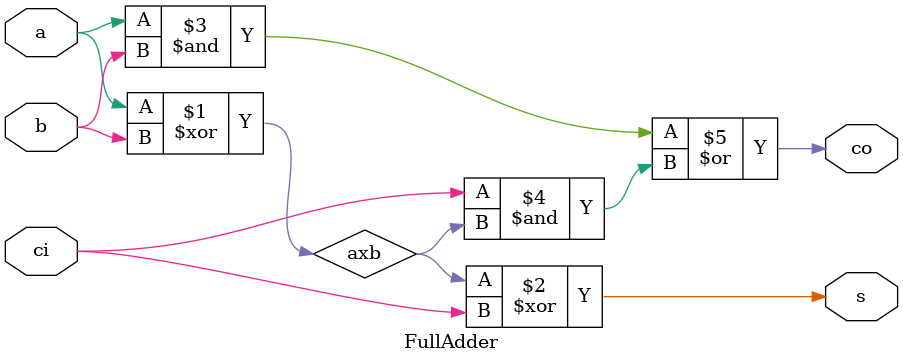
<source format=v>
module FullAdder(
    input   a,
    input   b,
    input   ci,
    output  co,
    output  s
);

wire axb;

assign axb = a^b;
assign s = axb^ci;
assign co = (a&b) | (ci&axb);

endmodule

</source>
